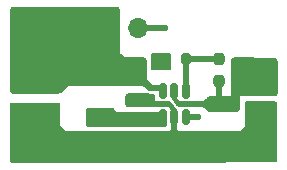
<source format=gtl>
G04 #@! TF.GenerationSoftware,KiCad,Pcbnew,8.0.2*
G04 #@! TF.CreationDate,2024-05-22T23:10:01-04:00*
G04 #@! TF.ProjectId,BoostConverter-TLV61070ADBVR,426f6f73-7443-46f6-9e76-65727465722d,rev?*
G04 #@! TF.SameCoordinates,Original*
G04 #@! TF.FileFunction,Copper,L1,Top*
G04 #@! TF.FilePolarity,Positive*
%FSLAX46Y46*%
G04 Gerber Fmt 4.6, Leading zero omitted, Abs format (unit mm)*
G04 Created by KiCad (PCBNEW 8.0.2) date 2024-05-22 23:10:01*
%MOMM*%
%LPD*%
G01*
G04 APERTURE LIST*
G04 Aperture macros list*
%AMRoundRect*
0 Rectangle with rounded corners*
0 $1 Rounding radius*
0 $2 $3 $4 $5 $6 $7 $8 $9 X,Y pos of 4 corners*
0 Add a 4 corners polygon primitive as box body*
4,1,4,$2,$3,$4,$5,$6,$7,$8,$9,$2,$3,0*
0 Add four circle primitives for the rounded corners*
1,1,$1+$1,$2,$3*
1,1,$1+$1,$4,$5*
1,1,$1+$1,$6,$7*
1,1,$1+$1,$8,$9*
0 Add four rect primitives between the rounded corners*
20,1,$1+$1,$2,$3,$4,$5,0*
20,1,$1+$1,$4,$5,$6,$7,0*
20,1,$1+$1,$6,$7,$8,$9,0*
20,1,$1+$1,$8,$9,$2,$3,0*%
G04 Aperture macros list end*
G04 #@! TA.AperFunction,SMDPad,CuDef*
%ADD10R,1.450000X1.500000*%
G04 #@! TD*
G04 #@! TA.AperFunction,SMDPad,CuDef*
%ADD11RoundRect,0.250000X-0.650000X0.325000X-0.650000X-0.325000X0.650000X-0.325000X0.650000X0.325000X0*%
G04 #@! TD*
G04 #@! TA.AperFunction,SMDPad,CuDef*
%ADD12RoundRect,0.150000X0.150000X-0.512500X0.150000X0.512500X-0.150000X0.512500X-0.150000X-0.512500X0*%
G04 #@! TD*
G04 #@! TA.AperFunction,SMDPad,CuDef*
%ADD13RoundRect,0.200000X0.200000X0.275000X-0.200000X0.275000X-0.200000X-0.275000X0.200000X-0.275000X0*%
G04 #@! TD*
G04 #@! TA.AperFunction,ComponentPad*
%ADD14R,1.700000X1.700000*%
G04 #@! TD*
G04 #@! TA.AperFunction,ComponentPad*
%ADD15O,1.700000X1.700000*%
G04 #@! TD*
G04 #@! TA.AperFunction,SMDPad,CuDef*
%ADD16RoundRect,0.237500X0.237500X-0.250000X0.237500X0.250000X-0.237500X0.250000X-0.237500X-0.250000X0*%
G04 #@! TD*
G04 #@! TA.AperFunction,ViaPad*
%ADD17C,0.600000*%
G04 #@! TD*
G04 #@! TA.AperFunction,Conductor*
%ADD18C,0.250000*%
G04 #@! TD*
G04 #@! TA.AperFunction,Conductor*
%ADD19C,0.500000*%
G04 #@! TD*
G04 APERTURE END LIST*
D10*
X114000000Y-74950000D03*
X114000000Y-78450000D03*
D11*
X124400000Y-77325000D03*
X124400000Y-80275000D03*
D12*
X119700000Y-78480500D03*
X120650000Y-78480500D03*
X121600000Y-78480500D03*
X121600000Y-76205500D03*
X120650000Y-76205500D03*
X119700000Y-76205500D03*
D11*
X117400000Y-74025000D03*
X117400000Y-76975000D03*
D13*
X121602000Y-73530000D03*
X119952000Y-73530000D03*
D14*
X115057000Y-70866000D03*
D15*
X117597000Y-70866000D03*
D16*
X124400000Y-75362500D03*
X124400000Y-73537500D03*
D14*
X128000000Y-75525000D03*
D15*
X128000000Y-78065000D03*
D14*
X108655000Y-75560000D03*
D15*
X108655000Y-78100000D03*
D17*
X119000000Y-74179999D03*
X119000000Y-73330000D03*
X119700000Y-77350000D03*
X122682000Y-78480500D03*
X119888000Y-70866000D03*
D18*
X119699500Y-78480000D02*
X119700000Y-78480500D01*
D19*
X124400000Y-75362500D02*
X124400000Y-77325000D01*
X121600000Y-78480500D02*
X122682000Y-78480500D01*
X117597000Y-70866000D02*
X119888000Y-70866000D01*
D18*
X121602000Y-76203500D02*
X121600000Y-76205500D01*
D19*
X121602000Y-73530000D02*
X124392500Y-73530000D01*
D18*
X124392500Y-73530000D02*
X124400000Y-73537500D01*
D19*
X121602000Y-73530000D02*
X121602000Y-76203500D01*
G04 #@! TA.AperFunction,Conductor*
G36*
X115785148Y-69089422D02*
G01*
X115841394Y-69100609D01*
X115878367Y-69107964D01*
X115905044Y-69119014D01*
X115977893Y-69167691D01*
X115998308Y-69188106D01*
X116046985Y-69260955D01*
X116058035Y-69287631D01*
X116076578Y-69380851D01*
X116078000Y-69395288D01*
X116078000Y-73000000D01*
X116165069Y-73087727D01*
X116165072Y-73087731D01*
X116386998Y-73311333D01*
X116475000Y-73400000D01*
X118042712Y-73400000D01*
X118057148Y-73401422D01*
X118113394Y-73412609D01*
X118150367Y-73419964D01*
X118177044Y-73431014D01*
X118249893Y-73479691D01*
X118270308Y-73500106D01*
X118318985Y-73572955D01*
X118330035Y-73599631D01*
X118348578Y-73692851D01*
X118350000Y-73707288D01*
X118350000Y-74400000D01*
X118350000Y-75250000D01*
X118800000Y-75692000D01*
X119626712Y-75692000D01*
X119641148Y-75693421D01*
X119716766Y-75708463D01*
X119743441Y-75719513D01*
X119801366Y-75758218D01*
X119821781Y-75778633D01*
X119860486Y-75836558D01*
X119871536Y-75863234D01*
X119885128Y-75931563D01*
X119885128Y-75960437D01*
X119871536Y-76028765D01*
X119860486Y-76055441D01*
X119821781Y-76113366D01*
X119801366Y-76133781D01*
X119743441Y-76172486D01*
X119716766Y-76183536D01*
X119664686Y-76193895D01*
X119641147Y-76198578D01*
X119626712Y-76200000D01*
X118531552Y-76200000D01*
X118517115Y-76198578D01*
X118423895Y-76180035D01*
X118397220Y-76168986D01*
X118318192Y-76116181D01*
X118306978Y-76106978D01*
X118075000Y-75875000D01*
X118000000Y-75800000D01*
X117893936Y-75799893D01*
X117890555Y-75799889D01*
X116778466Y-75798768D01*
X114010763Y-75795978D01*
X111775568Y-75793726D01*
X111775565Y-75793726D01*
X111650000Y-75793600D01*
X111561781Y-75882954D01*
X111561779Y-75882956D01*
X111091257Y-76359540D01*
X111080004Y-76368881D01*
X111000602Y-76422489D01*
X110973749Y-76433713D01*
X110895446Y-76449419D01*
X110879813Y-76452555D01*
X110865261Y-76454000D01*
X107019288Y-76454000D01*
X107004851Y-76452578D01*
X106911631Y-76434035D01*
X106884955Y-76422985D01*
X106812106Y-76374308D01*
X106791691Y-76353893D01*
X106743014Y-76281044D01*
X106731964Y-76254367D01*
X106713422Y-76161147D01*
X106712000Y-76146711D01*
X106712000Y-69395288D01*
X106713422Y-69380852D01*
X106731964Y-69287632D01*
X106731965Y-69287631D01*
X106731964Y-69287630D01*
X106743013Y-69260957D01*
X106791691Y-69188106D01*
X106812106Y-69167691D01*
X106831546Y-69154700D01*
X106884957Y-69119013D01*
X106911630Y-69107964D01*
X106970900Y-69096175D01*
X107004852Y-69089422D01*
X107019288Y-69088000D01*
X115770712Y-69088000D01*
X115785148Y-69089422D01*
G37*
G04 #@! TD.AperFunction*
G04 #@! TA.AperFunction,Conductor*
G36*
X118481925Y-76451342D02*
G01*
X118488923Y-76452381D01*
X118492070Y-76452848D01*
X118492086Y-76452850D01*
X118498021Y-76453434D01*
X118506497Y-76454269D01*
X118506499Y-76454269D01*
X118506507Y-76454270D01*
X118531552Y-76455500D01*
X118815440Y-76455500D01*
X118839623Y-76457881D01*
X118852342Y-76460411D01*
X118897043Y-76478927D01*
X118920913Y-76494877D01*
X118955122Y-76529086D01*
X118971072Y-76552956D01*
X118989588Y-76597655D01*
X118997617Y-76638020D01*
X119000000Y-76662210D01*
X119000000Y-76929291D01*
X118999999Y-76929291D01*
X119000000Y-76929296D01*
X119000000Y-77000000D01*
X119100000Y-77100000D01*
X120273377Y-77100000D01*
X120304387Y-77103940D01*
X120307876Y-77104842D01*
X120367857Y-77140667D01*
X120380031Y-77156116D01*
X120640758Y-77547207D01*
X120650639Y-77560792D01*
X120658154Y-77570282D01*
X120669098Y-77582996D01*
X120682761Y-77597617D01*
X120723322Y-77641021D01*
X120723332Y-77641030D01*
X120723340Y-77641038D01*
X120744920Y-77660644D01*
X120766687Y-77686699D01*
X120865009Y-77844016D01*
X120873130Y-77859286D01*
X120885159Y-77886300D01*
X120894674Y-77919478D01*
X120898792Y-77948769D01*
X120900000Y-77966032D01*
X120900000Y-78049975D01*
X120900001Y-78050226D01*
X120900001Y-78050366D01*
X120903760Y-79367318D01*
X120903760Y-79367323D01*
X120904000Y-79451200D01*
X120963999Y-79509814D01*
X120964002Y-79509818D01*
X120992583Y-79537739D01*
X121060000Y-79603600D01*
X122681158Y-79603600D01*
X122681305Y-79603600D01*
X122682000Y-79603600D01*
X122682828Y-79603594D01*
X122682885Y-79603594D01*
X122774410Y-79602957D01*
X122941000Y-79601800D01*
X123199305Y-79600005D01*
X123199871Y-79600001D01*
X123200201Y-79600000D01*
X123200695Y-79600000D01*
X126108600Y-79600000D01*
X126190000Y-79600000D01*
X126349255Y-79444629D01*
X126539665Y-79258864D01*
X126539666Y-79258862D01*
X126600000Y-79200000D01*
X126600000Y-77312210D01*
X126602381Y-77288029D01*
X126610412Y-77247651D01*
X126628927Y-77202956D01*
X126644877Y-77179086D01*
X126679086Y-77144877D01*
X126702956Y-77128927D01*
X126747653Y-77110412D01*
X126788027Y-77102381D01*
X126812211Y-77100000D01*
X127549022Y-77100000D01*
X127549305Y-77100000D01*
X127549836Y-77100001D01*
X127550202Y-77100003D01*
X127550876Y-77100008D01*
X128444376Y-77107835D01*
X129161926Y-77114120D01*
X129193796Y-77118577D01*
X129245566Y-77132854D01*
X129300663Y-77165095D01*
X129326642Y-77191303D01*
X129358398Y-77246679D01*
X129371293Y-77295086D01*
X129372221Y-77298567D01*
X129376400Y-77330487D01*
X129376400Y-82071453D01*
X129374024Y-82095610D01*
X129366017Y-82135923D01*
X129347553Y-82180570D01*
X129331646Y-82204420D01*
X129297521Y-82238622D01*
X129273706Y-82254583D01*
X129229099Y-82273147D01*
X129188803Y-82281244D01*
X129164653Y-82283674D01*
X120828975Y-82302357D01*
X118209470Y-82308229D01*
X106924673Y-82333522D01*
X106900449Y-82331188D01*
X106860010Y-82323227D01*
X106815214Y-82304760D01*
X106791295Y-82288826D01*
X106756997Y-82254604D01*
X106741007Y-82230716D01*
X106722441Y-82185965D01*
X106714389Y-82145543D01*
X106712000Y-82121318D01*
X106712000Y-77428210D01*
X106714381Y-77404029D01*
X106722412Y-77363651D01*
X106740927Y-77318956D01*
X106756877Y-77295086D01*
X106791086Y-77260877D01*
X106814956Y-77244927D01*
X106859653Y-77226412D01*
X106900027Y-77218381D01*
X106924211Y-77216000D01*
X110786589Y-77216000D01*
X110810771Y-77218381D01*
X110851146Y-77226412D01*
X110895843Y-77244927D01*
X110919713Y-77260877D01*
X110953922Y-77295086D01*
X110969872Y-77318956D01*
X110988388Y-77363655D01*
X110996417Y-77404020D01*
X110998800Y-77428210D01*
X110998800Y-79125000D01*
X111053791Y-79182892D01*
X111053792Y-79182893D01*
X111364332Y-79509814D01*
X111450000Y-79600000D01*
X120166039Y-79600000D01*
X120166042Y-79600000D01*
X120250000Y-79600000D01*
X120396000Y-79451200D01*
X120396000Y-79248000D01*
X120396000Y-77900000D01*
X120200000Y-77600000D01*
X120091765Y-77600000D01*
X120091764Y-77600000D01*
X116712211Y-77600000D01*
X116688020Y-77597617D01*
X116672744Y-77594578D01*
X116647656Y-77589588D01*
X116602956Y-77571072D01*
X116579086Y-77555122D01*
X116544877Y-77520913D01*
X116528927Y-77497043D01*
X116510412Y-77452346D01*
X116502381Y-77411971D01*
X116500000Y-77387789D01*
X116500000Y-76662210D01*
X116502381Y-76638029D01*
X116510412Y-76597651D01*
X116528927Y-76552956D01*
X116544877Y-76529086D01*
X116579086Y-76494877D01*
X116602956Y-76478927D01*
X116647653Y-76460412D01*
X116688027Y-76452381D01*
X116712211Y-76450000D01*
X118463726Y-76450000D01*
X118481925Y-76451342D01*
G37*
G04 #@! TD.AperFunction*
G04 #@! TA.AperFunction,Conductor*
G36*
X120161971Y-73002381D02*
G01*
X120202346Y-73010412D01*
X120247043Y-73028927D01*
X120270913Y-73044877D01*
X120305122Y-73079086D01*
X120321072Y-73102956D01*
X120339588Y-73147655D01*
X120347617Y-73188020D01*
X120350000Y-73212210D01*
X120350000Y-74287789D01*
X120347617Y-74311982D01*
X120339588Y-74352344D01*
X120321072Y-74397043D01*
X120305122Y-74420913D01*
X120270913Y-74455122D01*
X120247043Y-74471072D01*
X120202344Y-74489588D01*
X120185841Y-74492870D01*
X120161978Y-74497617D01*
X120137789Y-74500000D01*
X118862211Y-74500000D01*
X118838020Y-74497617D01*
X118822744Y-74494578D01*
X118797656Y-74489588D01*
X118752956Y-74471072D01*
X118729086Y-74455122D01*
X118694877Y-74420913D01*
X118678927Y-74397043D01*
X118660412Y-74352346D01*
X118652381Y-74311971D01*
X118650000Y-74287789D01*
X118650000Y-73212210D01*
X118652381Y-73188029D01*
X118660412Y-73147651D01*
X118678927Y-73102956D01*
X118694877Y-73079086D01*
X118729086Y-73044877D01*
X118752956Y-73028927D01*
X118797653Y-73010412D01*
X118838027Y-73002381D01*
X118862211Y-73000000D01*
X120137789Y-73000000D01*
X120161971Y-73002381D01*
G37*
G04 #@! TD.AperFunction*
G04 #@! TA.AperFunction,Conductor*
G36*
X129071744Y-73405540D02*
G01*
X129086099Y-73406968D01*
X129112843Y-73412299D01*
X129178809Y-73425449D01*
X129205343Y-73436420D01*
X129261555Y-73473839D01*
X129277885Y-73484709D01*
X129298248Y-73504957D01*
X129346946Y-73577226D01*
X129358067Y-73603700D01*
X129377073Y-73696302D01*
X129378582Y-73710650D01*
X129397782Y-76390530D01*
X129396451Y-76405041D01*
X129378414Y-76498792D01*
X129367459Y-76525645D01*
X129348384Y-76554473D01*
X129318894Y-76599038D01*
X129298459Y-76619619D01*
X129225418Y-76668708D01*
X129198643Y-76679855D01*
X129105024Y-76698565D01*
X129090522Y-76700000D01*
X126600000Y-76700000D01*
X126230000Y-76700000D01*
X126230000Y-76885000D01*
X126230000Y-76885001D01*
X126230000Y-77669111D01*
X126228578Y-77683548D01*
X126210035Y-77776768D01*
X126198985Y-77803444D01*
X126150308Y-77876293D01*
X126129893Y-77896708D01*
X126057044Y-77945385D01*
X126030368Y-77956435D01*
X125937149Y-77974978D01*
X125922712Y-77976400D01*
X123629596Y-77976400D01*
X123615351Y-77975016D01*
X123523315Y-77956962D01*
X123496938Y-77946199D01*
X123418541Y-77894712D01*
X123407395Y-77885737D01*
X123177276Y-77660445D01*
X123177272Y-77660441D01*
X123177270Y-77660440D01*
X123090000Y-77575000D01*
X122967868Y-77574810D01*
X122967870Y-77574810D01*
X121070319Y-77571858D01*
X121058273Y-77570852D01*
X120979940Y-77557801D01*
X120957133Y-77550024D01*
X120892563Y-77515402D01*
X120873467Y-77500712D01*
X120819247Y-77442691D01*
X120811746Y-77433219D01*
X120449404Y-76889705D01*
X120444058Y-76880248D01*
X120413546Y-76815606D01*
X120407267Y-76794867D01*
X120396798Y-76724156D01*
X120396000Y-76713318D01*
X120396000Y-76461288D01*
X120397422Y-76446851D01*
X120412463Y-76371231D01*
X120423512Y-76344560D01*
X120462218Y-76286633D01*
X120482633Y-76266218D01*
X120497662Y-76256175D01*
X120540560Y-76227512D01*
X120567231Y-76216463D01*
X120635567Y-76202871D01*
X120664433Y-76202871D01*
X120732766Y-76216463D01*
X120759441Y-76227513D01*
X120817366Y-76266218D01*
X120837781Y-76286633D01*
X120876486Y-76344558D01*
X120887536Y-76371234D01*
X120902578Y-76446851D01*
X120904000Y-76461288D01*
X120904000Y-76809600D01*
X121107200Y-77114400D01*
X122952948Y-77114400D01*
X122952949Y-77114400D01*
X123075000Y-77114400D01*
X123162384Y-77029195D01*
X123162386Y-77029194D01*
X123310268Y-76885000D01*
X123407482Y-76790208D01*
X123418608Y-76781280D01*
X123496889Y-76730042D01*
X123523203Y-76719337D01*
X123594011Y-76705485D01*
X123615013Y-76701377D01*
X123629220Y-76700000D01*
X125149999Y-76700000D01*
X125150000Y-76700000D01*
X125400000Y-76700000D01*
X125400000Y-76200000D01*
X125400000Y-73707745D01*
X125401423Y-73693305D01*
X125420003Y-73599985D01*
X125431068Y-73573301D01*
X125479838Y-73500402D01*
X125500282Y-73479989D01*
X125573253Y-73431331D01*
X125599959Y-73420304D01*
X125667471Y-73406968D01*
X125693295Y-73401867D01*
X125707746Y-73400464D01*
X129071744Y-73405540D01*
G37*
G04 #@! TD.AperFunction*
G04 #@! TA.AperFunction,Conductor*
G36*
X115454934Y-77675455D02*
G01*
X115475386Y-77680623D01*
X115507293Y-77697849D01*
X115522835Y-77712113D01*
X115534666Y-77726032D01*
X115700000Y-77978000D01*
X119299250Y-77978000D01*
X119299304Y-77978000D01*
X119300000Y-77978000D01*
X119300692Y-77977989D01*
X119300750Y-77977989D01*
X119400000Y-77976500D01*
X119499303Y-77975010D01*
X119499352Y-77975009D01*
X119499685Y-77975006D01*
X119499907Y-77975004D01*
X119500325Y-77975001D01*
X119500750Y-77975000D01*
X119875681Y-77975000D01*
X119903999Y-77980633D01*
X119932791Y-77992559D01*
X119972839Y-78032605D01*
X119984766Y-78061397D01*
X119990400Y-78089718D01*
X119990400Y-79184081D01*
X119984766Y-79212402D01*
X119972839Y-79241194D01*
X119932794Y-79281239D01*
X119904002Y-79293166D01*
X119875681Y-79298800D01*
X113314719Y-79298800D01*
X113286401Y-79293167D01*
X113257606Y-79281240D01*
X113217559Y-79241191D01*
X113205633Y-79212399D01*
X113200000Y-79184081D01*
X113200000Y-77787918D01*
X113205633Y-77759600D01*
X113217559Y-77730808D01*
X113257606Y-77690759D01*
X113286401Y-77678833D01*
X113314719Y-77673200D01*
X115436805Y-77673200D01*
X115454934Y-77675455D01*
G37*
G04 #@! TD.AperFunction*
M02*

</source>
